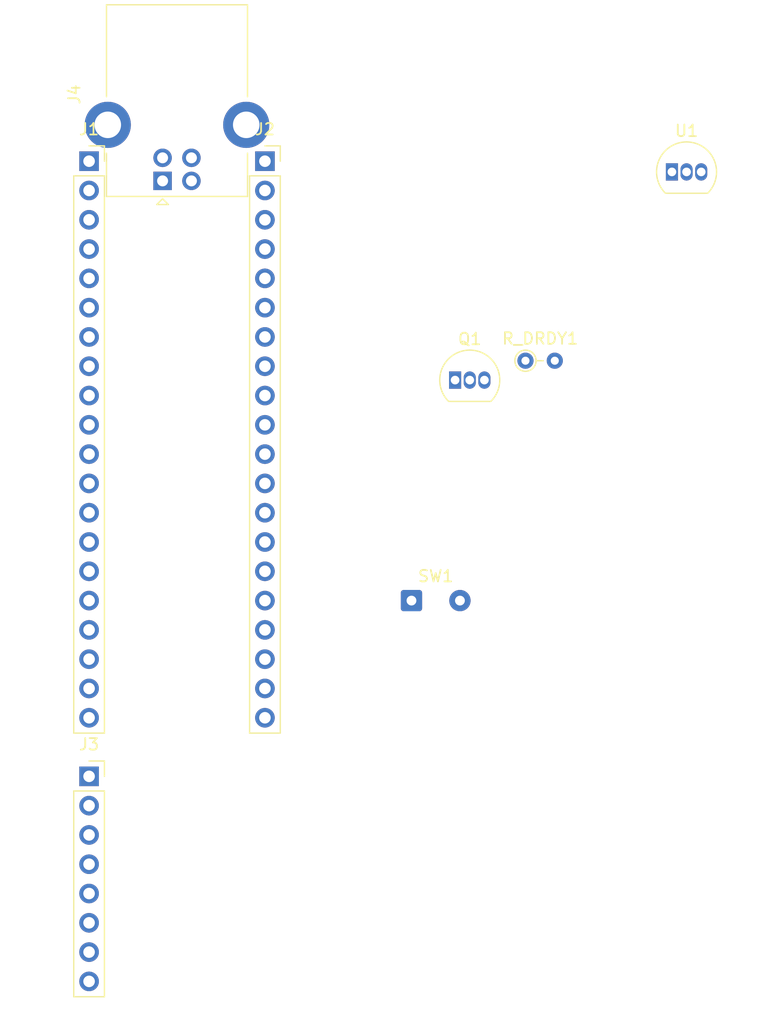
<source format=kicad_pcb>
(kicad_pcb (version 20211014) (generator pcbnew)
  (layers (0 "F.Cu" signal) (31 "B.Cu" signal) (34 "B.Paste" user) (35 "F.Paste" user) (36 "B.SilkS" user "B.Silkscreen") (37 "F.SilkS" user "F.Silkscreen") (38 "B.Mask" user) (39 "F.Mask" user) (44 "Edge.Cuts" user))
  (net 0 "")
  (net 1 "B12")
  (net 2 "B13")
  (net 3 "B14")
  (net 4 "B15")
  (net 5 "A8")
  (net 6 "A9")
  (net 7 "A10")
  (net 8 "A11")
  (net 9 "A12")
  (net 10 "A15")
  (net 11 "B3")
  (net 12 "B4")
  (net 13 "B5")
  (net 14 "B6")
  (net 15 "B7")
  (net 16 "B8")
  (net 17 "B9")
  (net 18 "V5")
  (net 19 "GND")
  (net 20 "V3")
  (net 21 "V33")
  (net 22 "B10")
  (net 23 "B2")
  (net 24 "B1")
  (net 25 "B0")
  (net 26 "A7")
  (net 27 "A6")
  (net 28 "A5")
  (net 29 "A4")
  (net 30 "A3")
  (net 31 "A2")
  (net 32 "A1")
  (net 33 "A0")
  (net 34 "R")
  (net 35 "C15")
  (net 36 "C14")
  (net 37 "C13")
  (net 38 "VB")
  (net 40 "Net-(C1-Pad1)")
  (net 41 "DRDY")
  (net 42 "V_IMU")
  (footprint "Connector_USB:USB_B_Lumberg_2411_02_Horizontal" (layer "F.Cu") (at 62.25 67.7475 90)
    (fp_text reference "J4" (at 7.5 -7.65 90) (layer "F.SilkS"))
    (fp_text value "USB_B")
    (fp_line (start 15.27 7.36) (end 15.27 -4.86) (layer "F.SilkS") (width 0.12))
    (fp_line (start 15.27 -4.86) (end 7.3 -4.86) (layer "F.SilkS") (width 0.12))
    (fp_line (start -1.35 7.36) (end 2.4 7.36) (layer "F.SilkS") (width 0.12))
    (fp_line (start -1.35 -4.86) (end 2.4 -4.86) (layer "F.SilkS") (width 0.12))
    (fp_line (start -1.55 0) (end -2.05 -0.5) (layer "F.SilkS") (width 0.12))
    (fp_line (start -2.05 -0.5) (end -2.05 0.5) (layer "F.SilkS") (width 0.12))
    (fp_line (start 15.27 7.36) (end 7.3 7.36) (layer "F.SilkS") (width 0.12))
    (fp_line (start -1.35 7.36) (end -1.35 -4.86) (layer "F.SilkS") (width 0.12))
    (fp_line (start -2.05 0.5) (end -1.55 0) (layer "F.SilkS") (width 0.12))
    (pad "1" thru_hole rect (at 0 0 180) (size 1.6 1.6) (drill 0.95) (layers *.Cu *.Mask) (net 18 "V5"))
    (pad "2" thru_hole circle (at 0 2.5 180) (size 1.6 1.6) (drill 0.95) (layers *.Cu *.Mask) (net 8 "A11"))
    (pad "3" thru_hole circle (at 2 2.5 180) (size 1.6 1.6) (drill 0.95) (layers *.Cu *.Mask) (net 9 "A12"))
    (pad "4" thru_hole circle (at 2 0 180) (size 1.6 1.6) (drill 0.95) (layers *.Cu *.Mask) (net 19 "GND"))
    (pad "5" thru_hole circle (at 4.86 -4.75 180) (size 4 4) (drill 2.3) (layers *.Cu *.Mask))
    (pad "5" thru_hole circle (at 4.86 7.25 180) (size 4 4) (drill 2.3) (layers *.Cu *.Mask))
  )
  (footprint "Package_TO_SOT_THT:TO-92_Inline" (layer "F.Cu") (at 87.6 85.02)
    (fp_text reference "Q1" (at 1.27 -3.56) (layer "F.SilkS"))
    (fp_text value "BS250")
    (fp_line (start -0.53 1.85) (end 3.07 1.85) (layer "F.SilkS") (width 0.12))
    (fp_arc (start 1.27 -2.6) (mid 3.672087 -0.994977) (end 3.108478 1.838478) (layer "F.SilkS") (width 0.12))
    (fp_arc (start -0.568478 1.838478) (mid -1.132087 -0.994977) (end 1.27 -2.6) (layer "F.SilkS") (width 0.12))
    (pad "1" thru_hole rect (at 0 0) (size 1.05 1.5) (drill 0.75) (layers *.Cu *.Mask) (net 40 "Net-(C1-Pad1)"))
    (pad "2" thru_hole oval (at 1.27 0) (size 1.05 1.5) (drill 0.75) (layers *.Cu *.Mask) (net 33 "A0"))
    (pad "3" thru_hole oval (at 2.54 0) (size 1.05 1.5) (drill 0.75) (layers *.Cu *.Mask) (net 18 "V5"))
  )
  (footprint "Connector_PinSocket_2.54mm:PinSocket_1x08_P2.54mm_Vertical" (layer "F.Cu") (at 55.88 119.38)
    (fp_text reference "J3" (at 0 -2.77) (layer "F.SilkS"))
    (fp_text value "Conn_01x08_Female")
    (fp_line (start -1.33 19.11) (end 1.33 19.11) (layer "F.SilkS") (width 0.12))
    (fp_line (start 1.33 1.27) (end 1.33 19.11) (layer "F.SilkS") (width 0.12))
    (fp_line (start -1.33 1.27) (end 1.33 1.27) (layer "F.SilkS") (width 0.12))
    (fp_line (start 0 -1.33) (end 1.33 -1.33) (layer "F.SilkS") (width 0.12))
    (fp_line (start -1.33 1.27) (end -1.33 19.11) (layer "F.SilkS") (width 0.12))
    (fp_line (start 1.33 -1.33) (end 1.33 0) (layer "F.SilkS") (width 0.12))
    (pad "1" thru_hole rect (at 0 0) (size 1.7 1.7) (drill 1) (layers *.Cu *.Mask))
    (pad "2" thru_hole oval (at 0 2.54) (size 1.7 1.7) (drill 1) (layers *.Cu *.Mask) (net 42 "V_IMU"))
    (pad "3" thru_hole oval (at 0 5.08) (size 1.7 1.7) (drill 1) (layers *.Cu *.Mask) (net 19 "GND"))
    (pad "4" thru_hole oval (at 0 7.62) (size 1.7 1.7) (drill 1) (layers *.Cu *.Mask) (net 14 "B6"))
    (pad "5" thru_hole oval (at 0 10.16) (size 1.7 1.7) (drill 1) (layers *.Cu *.Mask) (net 15 "B7"))
    (pad "6" thru_hole oval (at 0 12.7) (size 1.7 1.7) (drill 1) (layers *.Cu *.Mask))
    (pad "7" thru_hole oval (at 0 15.24) (size 1.7 1.7) (drill 1) (layers *.Cu *.Mask))
    (pad "8" thru_hole oval (at 0 17.78) (size 1.7 1.7) (drill 1) (layers *.Cu *.Mask) (net 41 "DRDY"))
  )
  (footprint "Connector_Wire:SolderWire-0.25sqmm_1x02_P4.2mm_D0.65mm_OD1.7mm" (layer "F.Cu") (at 83.82 104.14)
    (fp_text reference "SW1" (at 2.1 -2.12) (layer "F.SilkS"))
    (fp_text value "SW_Push")
    (pad "1" thru_hole roundrect (at 0 0) (size 1.85 1.85) (drill 0.85) (layers *.Cu *.Mask) (roundrect_rratio 0.135135) (net 32 "A1"))
    (pad "2" thru_hole circle (at 4.2 0) (size 1.85 1.85) (drill 0.85) (layers *.Cu *.Mask) (net 19 "GND"))
  )
  (footprint "Connector_PinSocket_2.54mm:PinSocket_1x20_P2.54mm_Vertical" (layer "F.Cu") (at 55.88 66.04)
    (fp_text reference "J1" (at 0 -2.77) (layer "F.SilkS"))
    (fp_text value "Conn_01x20_Female")
    (fp_line (start -1.33 1.27) (end 1.33 1.27) (layer "F.SilkS") (width 0.12))
    (fp_line (start 1.33 1.27) (end 1.33 49.59) (layer "F.SilkS") (width 0.12))
    (fp_line (start -1.33 49.59) (end 1.33 49.59) (layer "F.SilkS") (width 0.12))
    (fp_line (start 0 -1.33) (end 1.33 -1.33) (layer "F.SilkS") (width 0.12))
    (fp_line (start 1.33 -1.33) (end 1.33 0) (layer "F.SilkS") (width 0.12))
    (fp_line (start -1.33 1.27) (end -1.33 49.59) (layer "F.SilkS") (width 0.12))
    (pad "1" thru_hole rect (at 0 0) (size 1.7 1.7) (drill 1) (layers *.Cu *.Mask) (net 1 "B12"))
    (pad "2" thru_hole oval (at 0 2.54) (size 1.7 1.7) (drill 1) (layers *.Cu *.Mask) (net 2 "B13"))
    (pad "3" thru_hole oval (at 0 5.08) (size 1.7 1.7) (drill 1) (layers *.Cu *.Mask) (net 3 "B14"))
    (pad "4" thru_hole oval (at 0 7.62) (size 1.7 1.7) (drill 1) (layers *.Cu *.Mask) (net 4 "B15"))
    (pad "5" thru_hole oval (at 0 10.16) (size 1.7 1.7) (drill 1) (layers *.Cu *.Mask) (net 5 "A8"))
    (pad "6" thru_hole oval (at 0 12.7) (size 1.7 1.7) (drill 1) (layers *.Cu *.Mask) (net 6 "A9"))
    (pad "7" thru_hole oval (at 0 15.24) (size 1.7 1.7) (drill 1) (layers *.Cu *.Mask) (net 7 "A10"))
    (pad "8" thru_hole oval (at 0 17.78) (size 1.7 1.7) (drill 1) (layers *.Cu *.Mask) (net 8 "A11"))
    (pad "9" thru_hole oval (at 0 20.32) (size 1.7 1.7) (drill 1) (layers *.Cu *.Mask) (net 9 "A12"))
    (pad "10" thru_hole oval (at 0 22.86) (size 1.7 1.7) (drill 1) (layers *.Cu *.Mask) (net 10 "A15"))
    (pad "11" thru_hole oval (at 0 25.4) (size 1.7 1.7) (drill 1) (layers *.Cu *.Mask) (net 11 "B3"))
    (pad "12" thru_hole oval (at 0 27.94) (size 1.7 1.7) (drill 1) (layers *.Cu *.Mask) (net 12 "B4"))
    (pad "13" thru_hole oval (at 0 30.48) (size 1.7 1.7) (drill 1) (layers *.Cu *.Mask) (net 13 "B5"))
    (pad "14" thru_hole oval (at 0 33.02) (size 1.7 1.7) (drill 1) (layers *.Cu *.Mask) (net 14 "B6"))
    (pad "15" thru_hole oval (at 0 35.56) (size 1.7 1.7) (drill 1) (layers *.Cu *.Mask) (net 15 "B7"))
    (pad "16" thru_hole oval (at 0 38.1) (size 1.7 1.7) (drill 1) (layers *.Cu *.Mask) (net 16 "B8"))
    (pad "17" thru_hole oval (at 0 40.64) (size 1.7 1.7) (drill 1) (layers *.Cu *.Mask) (net 17 "B9"))
    (pad "18" thru_hole oval (at 0 43.18) (size 1.7 1.7) (drill 1) (layers *.Cu *.Mask) (net 18 "V5"))
    (pad "19" thru_hole oval (at 0 45.72) (size 1.7 1.7) (drill 1) (layers *.Cu *.Mask) (net 19 "GND"))
    (pad "20" thru_hole oval (at 0 48.26) (size 1.7 1.7) (drill 1) (layers *.Cu *.Mask) (net 20 "V3"))
  )
  (footprint "Resistor_THT:R_Axial_DIN0204_L3.6mm_D1.6mm_P2.54mm_Vertical" (layer "F.Cu") (at 93.7 83.34)
    (fp_text reference "R_DRDY1" (at 1.27 -1.92) (layer "F.SilkS"))
    (fp_text value "2.2K")
    (fp_line (start 0.92 0) (end 1.54 0) (layer "F.SilkS") (width 0.12))
    (fp_circle (center 0 0) (end 0.92 0) (layer "F.SilkS") (width 0.12) (fill none))
    (pad "1" thru_hole circle (at 0 0) (size 1.4 1.4) (drill 0.7) (layers *.Cu *.Mask) (net 16 "B8"))
    (pad "2" thru_hole oval (at 2.54 0) (size 1.4 1.4) (drill 0.7) (layers *.Cu *.Mask) (net 41 "DRDY"))
  )
  (footprint "Package_TO_SOT_THT:TO-92_Inline" (layer "F.Cu") (at 106.39 66.97)
    (fp_text reference "U1" (at 1.27 -3.56) (layer "F.SilkS"))
    (fp_text value "LP2950-3.3_TO92")
    (fp_line (start -0.53 1.85) (end 3.07 1.85) (layer "F.SilkS") (width 0.12))
    (fp_arc (start -0.568478 1.838478) (mid -1.132087 -0.994977) (end 1.27 -2.6) (layer "F.SilkS") (width 0.12))
    (fp_arc (start 1.27 -2.6) (mid 3.672087 -0.994977) (end 3.108478 1.838478) (layer "F.SilkS") (width 0.12))
    (pad "1" thru_hole rect (at 0 0) (size 1.05 1.5) (drill 0.75) (layers *.Cu *.Mask) (net 42 "V_IMU"))
    (pad "2" thru_hole oval (at 1.27 0) (size 1.05 1.5) (drill 0.75) (layers *.Cu *.Mask) (net 19 "GND"))
    (pad "3" thru_hole oval (at 2.54 0) (size 1.05 1.5) (drill 0.75) (layers *.Cu *.Mask) (net 40 "Net-(C1-Pad1)"))
  )
  (footprint "Connector_PinSocket_2.54mm:PinSocket_1x20_P2.54mm_Vertical" (layer "F.Cu") (at 71.12 66.04)
    (fp_text reference "J2" (at 0 -2.77) (layer "F.SilkS"))
    (fp_text value "Conn_01x20_Female")
    (fp_line (start 0 -1.33) (end 1.33 -1.33) (layer "F.SilkS") (width 0.12))
    (fp_line (start -1.33 1.27) (end 1.33 1.27) (layer "F.SilkS") (width 0.12))
    (fp_line (start 1.33 -1.33) (end 1.33 0) (layer "F.SilkS") (width 0.12))
    (fp_line (start -1.33 49.59) (end 1.33 49.59) (layer "F.SilkS") (width 0.12))
    (fp_line (start -1.33 1.27) (end -1.33 49.59) (layer "F.SilkS") (width 0.12))
    (fp_line (start 1.33 1.27) (end 1.33 49.59) (layer "F.SilkS") (width 0.12))
    (pad "1" thru_hole rect (at 0 0) (size 1.7 1.7) (drill 1) (layers *.Cu *.Mask) (net 18 "V5"))
    (pad "2" thru_hole oval (at 0 2.54) (size 1.7 1.7) (drill 1) (layers *.Cu *.Mask) (net 19 "GND"))
    (pad "3" thru_hole oval (at 0 5.08) (size 1.7 1.7) (drill 1) (layers *.Cu *.Mask) (net 21 "V33"))
    (pad "4" thru_hole oval (at 0 7.62) (size 1.7 1.7) (drill 1) (layers *.Cu *.Mask) (net 22 "B10"))
    (pad "5" thru_hole oval (at 0 10.16) (size 1.7 1.7) (drill 1) (layers *.Cu *.Mask) (net 23 "B2"))
    (pad "6" thru_hole oval (at 0 12.7) (size 1.7 1.7) (drill 1) (layers *.Cu *.Mask) (net 24 "B1"))
    (pad "7" thru_hole oval (at 0 15.24) (size 1.7 1.7) (drill 1) (layers *.Cu *.Mask) (net 25 "B0"))
    (pad "8" thru_hole oval (at 0 17.78) (size 1.7 1.7) (drill 1) (layers *.Cu *.Mask) (net 26 "A7"))
    (pad "9" thru_hole oval (at 0 20.32) (size 1.7 1.7) (drill 1) (layers *.Cu *.Mask) (net 27 "A6"))
    (pad "10" thru_hole oval (at 0 22.86) (size 1.7 1.7) (drill 1) (layers *.Cu *.Mask) (net 28 "A5"))
    (pad "11" thru_hole oval (at 0 25.4) (size 1.7 1.7) (drill 1) (layers *.Cu *.Mask) (net 29 "A4"))
    (pad "12" thru_hole oval (at 0 27.94) (size 1.7 1.7) (drill 1) (layers *.Cu *.Mask) (net 30 "A3"))
    (pad "13" thru_hole oval (at 0 30.48) (size 1.7 1.7) (drill 1) (layers *.Cu *.Mask) (net 31 "A2"))
    (pad "14" thru_hole oval (at 0 33.02) (size 1.7 1.7) (drill 1) (layers *.Cu *.Mask) (net 32 "A1"))
    (pad "15" thru_hole oval (at 0 35.56) (size 1.7 1.7) (drill 1) (layers *.Cu *.Mask) (net 33 "A0"))
    (pad "16" thru_hole oval (at 0 38.1) (size 1.7 1.7) (drill 1) (layers *.Cu *.Mask) (net 34 "R"))
    (pad "17" thru_hole oval (at 0 40.64) (size 1.7 1.7) (drill 1) (layers *.Cu *.Mask) (net 35 "C15"))
    (pad "18" thru_hole oval (at 0 43.18) (size 1.7 1.7) (drill 1) (layers *.Cu *.Mask) (net 36 "C14"))
    (pad "19" thru_hole oval (at 0 45.72) (size 1.7 1.7) (drill 1) (layers *.Cu *.Mask) (net 37 "C13"))
    (pad "20" thru_hole oval (at 0 48.26) (size 1.7 1.7) (drill 1) (layers *.Cu *.Mask) (net 38 "VB"))
  )
)
</source>
